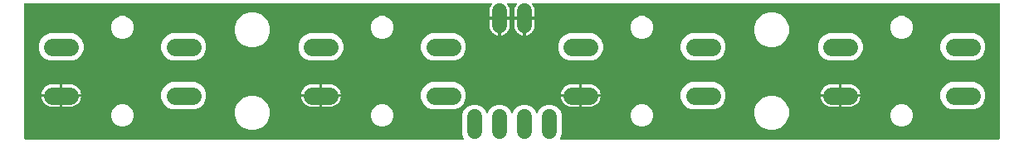
<source format=gbr>
G04 EAGLE Gerber RS-274X export*
G75*
%MOMM*%
%FSLAX34Y34*%
%LPD*%
%INBottom Copper*%
%IPPOS*%
%AMOC8*
5,1,8,0,0,1.08239X$1,22.5*%
G01*
%ADD10C,1.790700*%
%ADD11C,1.524000*%

G36*
X450451Y2508D02*
X450451Y2508D01*
X450496Y2506D01*
X450571Y2528D01*
X450648Y2540D01*
X450689Y2562D01*
X450733Y2575D01*
X450797Y2619D01*
X450865Y2656D01*
X450897Y2689D01*
X450935Y2715D01*
X450981Y2778D01*
X451035Y2834D01*
X451054Y2876D01*
X451081Y2912D01*
X451106Y2986D01*
X451138Y3057D01*
X451143Y3103D01*
X451158Y3146D01*
X451157Y3224D01*
X451165Y3301D01*
X451156Y3346D01*
X451155Y3392D01*
X451117Y3524D01*
X451113Y3542D01*
X451111Y3546D01*
X451109Y3553D01*
X449279Y7970D01*
X449279Y28230D01*
X451201Y32869D01*
X454751Y36419D01*
X459390Y38341D01*
X464410Y38341D01*
X469049Y36419D01*
X472599Y32869D01*
X473897Y29737D01*
X473934Y29676D01*
X473964Y29611D01*
X473999Y29572D01*
X474026Y29528D01*
X474081Y29482D01*
X474130Y29429D01*
X474176Y29404D01*
X474216Y29371D01*
X474283Y29345D01*
X474346Y29311D01*
X474397Y29302D01*
X474445Y29283D01*
X474517Y29280D01*
X474588Y29267D01*
X474639Y29275D01*
X474691Y29273D01*
X474760Y29292D01*
X474831Y29303D01*
X474877Y29327D01*
X474927Y29341D01*
X474986Y29382D01*
X475050Y29414D01*
X475087Y29452D01*
X475129Y29481D01*
X475172Y29539D01*
X475222Y29590D01*
X475257Y29653D01*
X475276Y29679D01*
X475283Y29701D01*
X475303Y29737D01*
X476601Y32869D01*
X480151Y36419D01*
X484790Y38341D01*
X489810Y38341D01*
X494449Y36419D01*
X497999Y32869D01*
X499297Y29737D01*
X499334Y29676D01*
X499364Y29611D01*
X499399Y29572D01*
X499426Y29528D01*
X499481Y29482D01*
X499530Y29429D01*
X499576Y29404D01*
X499616Y29371D01*
X499683Y29345D01*
X499746Y29311D01*
X499797Y29302D01*
X499845Y29283D01*
X499917Y29280D01*
X499988Y29267D01*
X500039Y29275D01*
X500091Y29273D01*
X500160Y29292D01*
X500231Y29303D01*
X500277Y29327D01*
X500327Y29341D01*
X500386Y29382D01*
X500450Y29414D01*
X500487Y29452D01*
X500529Y29481D01*
X500572Y29539D01*
X500622Y29590D01*
X500657Y29653D01*
X500676Y29679D01*
X500683Y29701D01*
X500703Y29737D01*
X502001Y32869D01*
X505551Y36419D01*
X510190Y38341D01*
X515210Y38341D01*
X519849Y36419D01*
X523399Y32869D01*
X524697Y29737D01*
X524734Y29676D01*
X524764Y29611D01*
X524799Y29572D01*
X524826Y29528D01*
X524881Y29482D01*
X524930Y29429D01*
X524976Y29404D01*
X525016Y29371D01*
X525083Y29345D01*
X525146Y29311D01*
X525197Y29302D01*
X525245Y29283D01*
X525317Y29280D01*
X525388Y29267D01*
X525439Y29275D01*
X525491Y29273D01*
X525560Y29292D01*
X525631Y29303D01*
X525677Y29327D01*
X525727Y29341D01*
X525786Y29382D01*
X525850Y29414D01*
X525887Y29452D01*
X525929Y29481D01*
X525972Y29539D01*
X526022Y29590D01*
X526057Y29653D01*
X526076Y29679D01*
X526083Y29701D01*
X526103Y29737D01*
X527401Y32869D01*
X530951Y36419D01*
X535590Y38341D01*
X540610Y38341D01*
X545249Y36419D01*
X548799Y32869D01*
X550721Y28230D01*
X550721Y7970D01*
X548891Y3553D01*
X548881Y3509D01*
X548862Y3467D01*
X548853Y3390D01*
X548835Y3314D01*
X548840Y3268D01*
X548835Y3223D01*
X548851Y3146D01*
X548858Y3069D01*
X548877Y3027D01*
X548887Y2982D01*
X548927Y2915D01*
X548958Y2844D01*
X548989Y2810D01*
X549013Y2771D01*
X549072Y2720D01*
X549125Y2663D01*
X549165Y2641D01*
X549200Y2611D01*
X549272Y2582D01*
X549340Y2545D01*
X549385Y2536D01*
X549428Y2519D01*
X549564Y2504D01*
X549582Y2501D01*
X549587Y2502D01*
X549595Y2501D01*
X996738Y2501D01*
X996758Y2504D01*
X996777Y2502D01*
X996879Y2524D01*
X996981Y2540D01*
X996998Y2550D01*
X997018Y2554D01*
X997107Y2607D01*
X997198Y2656D01*
X997212Y2670D01*
X997229Y2680D01*
X997296Y2759D01*
X997368Y2834D01*
X997376Y2852D01*
X997389Y2867D01*
X997428Y2963D01*
X997471Y3057D01*
X997473Y3077D01*
X997481Y3095D01*
X997499Y3262D01*
X997499Y141738D01*
X997496Y141758D01*
X997498Y141777D01*
X997476Y141879D01*
X997460Y141981D01*
X997450Y141998D01*
X997446Y142018D01*
X997393Y142107D01*
X997344Y142198D01*
X997330Y142212D01*
X997320Y142229D01*
X997241Y142296D01*
X997166Y142368D01*
X997148Y142376D01*
X997133Y142389D01*
X997037Y142428D01*
X996943Y142471D01*
X996923Y142473D01*
X996905Y142481D01*
X996738Y142499D01*
X520871Y142499D01*
X520801Y142488D01*
X520729Y142486D01*
X520680Y142468D01*
X520629Y142460D01*
X520565Y142426D01*
X520498Y142401D01*
X520457Y142369D01*
X520411Y142344D01*
X520362Y142293D01*
X520306Y142248D01*
X520278Y142204D01*
X520242Y142166D01*
X520212Y142101D01*
X520173Y142041D01*
X520160Y141990D01*
X520138Y141943D01*
X520130Y141872D01*
X520113Y141802D01*
X520117Y141750D01*
X520111Y141699D01*
X520126Y141628D01*
X520132Y141557D01*
X520152Y141509D01*
X520163Y141458D01*
X520200Y141397D01*
X520228Y141331D01*
X520273Y141275D01*
X520290Y141247D01*
X520307Y141232D01*
X520333Y141200D01*
X520420Y141113D01*
X521356Y139824D01*
X522079Y138405D01*
X522572Y136890D01*
X522821Y135317D01*
X522821Y128423D01*
X513462Y128423D01*
X513442Y128420D01*
X513423Y128422D01*
X513321Y128400D01*
X513219Y128383D01*
X513202Y128374D01*
X513182Y128370D01*
X513093Y128317D01*
X513002Y128268D01*
X512988Y128254D01*
X512971Y128244D01*
X512904Y128165D01*
X512833Y128090D01*
X512824Y128072D01*
X512811Y128057D01*
X512773Y127961D01*
X512729Y127867D01*
X512727Y127847D01*
X512719Y127829D01*
X512701Y127662D01*
X512701Y126899D01*
X512699Y126899D01*
X512699Y127662D01*
X512696Y127682D01*
X512698Y127701D01*
X512676Y127803D01*
X512659Y127905D01*
X512650Y127922D01*
X512646Y127942D01*
X512593Y128031D01*
X512544Y128122D01*
X512530Y128136D01*
X512520Y128153D01*
X512441Y128220D01*
X512366Y128291D01*
X512348Y128300D01*
X512333Y128313D01*
X512237Y128352D01*
X512143Y128395D01*
X512123Y128397D01*
X512105Y128405D01*
X511938Y128423D01*
X502579Y128423D01*
X502579Y135317D01*
X502828Y136890D01*
X503321Y138405D01*
X504044Y139824D01*
X504980Y141113D01*
X505067Y141200D01*
X505109Y141258D01*
X505158Y141310D01*
X505180Y141357D01*
X505210Y141399D01*
X505231Y141468D01*
X505262Y141533D01*
X505267Y141585D01*
X505283Y141634D01*
X505281Y141706D01*
X505289Y141777D01*
X505278Y141828D01*
X505276Y141880D01*
X505252Y141948D01*
X505237Y142018D01*
X505210Y142063D01*
X505192Y142111D01*
X505147Y142167D01*
X505110Y142229D01*
X505071Y142263D01*
X505038Y142303D01*
X504978Y142342D01*
X504923Y142389D01*
X504875Y142408D01*
X504831Y142436D01*
X504762Y142454D01*
X504695Y142481D01*
X504624Y142489D01*
X504593Y142497D01*
X504570Y142495D01*
X504529Y142499D01*
X495471Y142499D01*
X495401Y142488D01*
X495329Y142486D01*
X495280Y142468D01*
X495229Y142460D01*
X495165Y142426D01*
X495098Y142401D01*
X495057Y142369D01*
X495011Y142344D01*
X494962Y142293D01*
X494906Y142248D01*
X494878Y142204D01*
X494842Y142166D01*
X494812Y142101D01*
X494773Y142041D01*
X494760Y141990D01*
X494738Y141943D01*
X494730Y141872D01*
X494713Y141802D01*
X494717Y141750D01*
X494711Y141699D01*
X494726Y141628D01*
X494732Y141557D01*
X494752Y141509D01*
X494763Y141458D01*
X494800Y141397D01*
X494828Y141331D01*
X494873Y141275D01*
X494890Y141247D01*
X494907Y141232D01*
X494933Y141200D01*
X495020Y141113D01*
X495956Y139824D01*
X496679Y138405D01*
X497172Y136890D01*
X497421Y135317D01*
X497421Y128423D01*
X488062Y128423D01*
X488042Y128420D01*
X488023Y128422D01*
X487921Y128400D01*
X487819Y128383D01*
X487802Y128374D01*
X487782Y128370D01*
X487693Y128317D01*
X487602Y128268D01*
X487588Y128254D01*
X487571Y128244D01*
X487504Y128165D01*
X487433Y128090D01*
X487424Y128072D01*
X487411Y128057D01*
X487373Y127961D01*
X487329Y127867D01*
X487327Y127847D01*
X487319Y127829D01*
X487301Y127662D01*
X487301Y126899D01*
X487299Y126899D01*
X487299Y127662D01*
X487296Y127682D01*
X487298Y127701D01*
X487276Y127803D01*
X487259Y127905D01*
X487250Y127922D01*
X487246Y127942D01*
X487193Y128031D01*
X487144Y128122D01*
X487130Y128136D01*
X487120Y128153D01*
X487041Y128220D01*
X486966Y128291D01*
X486948Y128300D01*
X486933Y128313D01*
X486837Y128352D01*
X486743Y128395D01*
X486723Y128397D01*
X486705Y128405D01*
X486538Y128423D01*
X477179Y128423D01*
X477179Y135317D01*
X477428Y136890D01*
X477921Y138405D01*
X478644Y139824D01*
X479580Y141113D01*
X479667Y141200D01*
X479709Y141258D01*
X479758Y141310D01*
X479780Y141357D01*
X479810Y141399D01*
X479831Y141468D01*
X479862Y141533D01*
X479867Y141585D01*
X479883Y141634D01*
X479881Y141706D01*
X479889Y141777D01*
X479878Y141828D01*
X479876Y141880D01*
X479852Y141948D01*
X479837Y142018D01*
X479810Y142063D01*
X479792Y142111D01*
X479747Y142167D01*
X479710Y142229D01*
X479671Y142263D01*
X479638Y142303D01*
X479578Y142342D01*
X479523Y142389D01*
X479475Y142408D01*
X479431Y142436D01*
X479362Y142454D01*
X479295Y142481D01*
X479224Y142489D01*
X479193Y142497D01*
X479170Y142495D01*
X479129Y142499D01*
X3262Y142499D01*
X3242Y142496D01*
X3223Y142498D01*
X3121Y142476D01*
X3019Y142460D01*
X3002Y142450D01*
X2982Y142446D01*
X2893Y142393D01*
X2802Y142344D01*
X2788Y142330D01*
X2771Y142320D01*
X2704Y142241D01*
X2632Y142166D01*
X2624Y142148D01*
X2611Y142133D01*
X2572Y142037D01*
X2529Y141943D01*
X2527Y141923D01*
X2519Y141905D01*
X2501Y141738D01*
X2501Y3262D01*
X2504Y3242D01*
X2502Y3223D01*
X2524Y3121D01*
X2540Y3019D01*
X2550Y3002D01*
X2554Y2982D01*
X2607Y2893D01*
X2656Y2802D01*
X2670Y2788D01*
X2680Y2771D01*
X2759Y2704D01*
X2834Y2632D01*
X2852Y2624D01*
X2867Y2611D01*
X2963Y2572D01*
X3057Y2529D01*
X3077Y2527D01*
X3095Y2519D01*
X3262Y2501D01*
X450405Y2501D01*
X450451Y2508D01*
G37*
%LPC*%
G36*
X948255Y83438D02*
X948255Y83438D01*
X943126Y85562D01*
X939201Y89488D01*
X937076Y94616D01*
X937076Y100168D01*
X939201Y105296D01*
X943126Y109222D01*
X948255Y111346D01*
X971713Y111346D01*
X976842Y109222D01*
X980767Y105296D01*
X982892Y100168D01*
X982892Y94616D01*
X980767Y89488D01*
X976842Y85562D01*
X971713Y83438D01*
X948255Y83438D01*
G37*
%LPD*%
%LPC*%
G36*
X823287Y83438D02*
X823287Y83438D01*
X818158Y85562D01*
X814233Y89488D01*
X812108Y94616D01*
X812108Y100168D01*
X814233Y105296D01*
X818158Y109222D01*
X823287Y111346D01*
X846745Y111346D01*
X851874Y109222D01*
X855799Y105296D01*
X857924Y100168D01*
X857924Y94616D01*
X855799Y89488D01*
X851874Y85562D01*
X846745Y83438D01*
X823287Y83438D01*
G37*
%LPD*%
%LPC*%
G36*
X418255Y33654D02*
X418255Y33654D01*
X413126Y35778D01*
X409201Y39704D01*
X407076Y44832D01*
X407076Y50384D01*
X409201Y55512D01*
X413126Y59438D01*
X418255Y61562D01*
X441713Y61562D01*
X446842Y59438D01*
X450767Y55512D01*
X452892Y50384D01*
X452892Y44832D01*
X450767Y39704D01*
X446842Y35778D01*
X441713Y33654D01*
X418255Y33654D01*
G37*
%LPD*%
%LPC*%
G36*
X418255Y83438D02*
X418255Y83438D01*
X413126Y85562D01*
X409201Y89488D01*
X407076Y94616D01*
X407076Y100168D01*
X409201Y105296D01*
X413126Y109222D01*
X418255Y111346D01*
X441713Y111346D01*
X446842Y109222D01*
X450767Y105296D01*
X452892Y100168D01*
X452892Y94616D01*
X450767Y89488D01*
X446842Y85562D01*
X441713Y83438D01*
X418255Y83438D01*
G37*
%LPD*%
%LPC*%
G36*
X683255Y33654D02*
X683255Y33654D01*
X678126Y35778D01*
X674201Y39704D01*
X672076Y44832D01*
X672076Y50384D01*
X674201Y55512D01*
X678126Y59438D01*
X683255Y61562D01*
X706713Y61562D01*
X711842Y59438D01*
X715767Y55512D01*
X717892Y50384D01*
X717892Y44832D01*
X715767Y39704D01*
X711842Y35778D01*
X706713Y33654D01*
X683255Y33654D01*
G37*
%LPD*%
%LPC*%
G36*
X153255Y33654D02*
X153255Y33654D01*
X148126Y35778D01*
X144201Y39704D01*
X142076Y44832D01*
X142076Y50384D01*
X144201Y55512D01*
X148126Y59438D01*
X153255Y61562D01*
X176713Y61562D01*
X181842Y59438D01*
X185767Y55512D01*
X187892Y50384D01*
X187892Y44832D01*
X185767Y39704D01*
X181842Y35778D01*
X176713Y33654D01*
X153255Y33654D01*
G37*
%LPD*%
%LPC*%
G36*
X948255Y33654D02*
X948255Y33654D01*
X943126Y35778D01*
X939201Y39704D01*
X937076Y44832D01*
X937076Y50384D01*
X939201Y55512D01*
X943126Y59438D01*
X948255Y61562D01*
X971713Y61562D01*
X976842Y59438D01*
X980767Y55512D01*
X982892Y50384D01*
X982892Y44832D01*
X980767Y39704D01*
X976842Y35778D01*
X971713Y33654D01*
X948255Y33654D01*
G37*
%LPD*%
%LPC*%
G36*
X683255Y83438D02*
X683255Y83438D01*
X678126Y85562D01*
X674201Y89488D01*
X672076Y94616D01*
X672076Y100168D01*
X674201Y105296D01*
X678126Y109222D01*
X683255Y111346D01*
X706713Y111346D01*
X711842Y109222D01*
X715767Y105296D01*
X717892Y100168D01*
X717892Y94616D01*
X715767Y89488D01*
X711842Y85562D01*
X706713Y83438D01*
X683255Y83438D01*
G37*
%LPD*%
%LPC*%
G36*
X558287Y83438D02*
X558287Y83438D01*
X553158Y85562D01*
X549233Y89488D01*
X547108Y94616D01*
X547108Y100168D01*
X549233Y105296D01*
X553158Y109222D01*
X558287Y111346D01*
X581745Y111346D01*
X586874Y109222D01*
X590799Y105296D01*
X592924Y100168D01*
X592924Y94616D01*
X590799Y89488D01*
X586874Y85562D01*
X581745Y83438D01*
X558287Y83438D01*
G37*
%LPD*%
%LPC*%
G36*
X293287Y83438D02*
X293287Y83438D01*
X288158Y85562D01*
X284233Y89488D01*
X282108Y94616D01*
X282108Y100168D01*
X284233Y105296D01*
X288158Y109222D01*
X293287Y111346D01*
X316745Y111346D01*
X321874Y109222D01*
X325799Y105296D01*
X327924Y100168D01*
X327924Y94616D01*
X325799Y89488D01*
X321874Y85562D01*
X316745Y83438D01*
X293287Y83438D01*
G37*
%LPD*%
%LPC*%
G36*
X28287Y83438D02*
X28287Y83438D01*
X23158Y85562D01*
X19233Y89488D01*
X17108Y94616D01*
X17108Y100168D01*
X19233Y105296D01*
X23158Y109222D01*
X28287Y111346D01*
X51745Y111346D01*
X56874Y109222D01*
X60799Y105296D01*
X62924Y100168D01*
X62924Y94616D01*
X60799Y89488D01*
X56874Y85562D01*
X51745Y83438D01*
X28287Y83438D01*
G37*
%LPD*%
%LPC*%
G36*
X153255Y83438D02*
X153255Y83438D01*
X148126Y85562D01*
X144201Y89488D01*
X142076Y94616D01*
X142076Y100168D01*
X144201Y105296D01*
X148126Y109222D01*
X153255Y111346D01*
X176713Y111346D01*
X181842Y109222D01*
X185767Y105296D01*
X187892Y100168D01*
X187892Y94616D01*
X185767Y89488D01*
X181842Y85562D01*
X176713Y83438D01*
X153255Y83438D01*
G37*
%LPD*%
%LPC*%
G36*
X761519Y97499D02*
X761519Y97499D01*
X755087Y100164D01*
X750164Y105087D01*
X747499Y111519D01*
X747499Y118481D01*
X750164Y124913D01*
X755087Y129836D01*
X761519Y132501D01*
X768481Y132501D01*
X774913Y129836D01*
X779836Y124913D01*
X782501Y118481D01*
X782501Y111519D01*
X779836Y105087D01*
X774913Y100164D01*
X768481Y97499D01*
X761519Y97499D01*
G37*
%LPD*%
%LPC*%
G36*
X231519Y97499D02*
X231519Y97499D01*
X225087Y100164D01*
X220164Y105087D01*
X217499Y111519D01*
X217499Y118481D01*
X220164Y124913D01*
X225087Y129836D01*
X231519Y132501D01*
X238481Y132501D01*
X244913Y129836D01*
X249836Y124913D01*
X252501Y118481D01*
X252501Y111519D01*
X249836Y105087D01*
X244913Y100164D01*
X238481Y97499D01*
X231519Y97499D01*
G37*
%LPD*%
%LPC*%
G36*
X231519Y12499D02*
X231519Y12499D01*
X225087Y15164D01*
X220164Y20087D01*
X217499Y26519D01*
X217499Y33481D01*
X220164Y39913D01*
X225087Y44836D01*
X231519Y47501D01*
X238481Y47501D01*
X244913Y44836D01*
X249836Y39913D01*
X252501Y33481D01*
X252501Y26519D01*
X249836Y20087D01*
X244913Y15164D01*
X238481Y12499D01*
X231519Y12499D01*
G37*
%LPD*%
%LPC*%
G36*
X761519Y12499D02*
X761519Y12499D01*
X755087Y15164D01*
X750164Y20087D01*
X747499Y26519D01*
X747499Y33481D01*
X750164Y39913D01*
X755087Y44836D01*
X761519Y47501D01*
X768481Y47501D01*
X774913Y44836D01*
X779836Y39913D01*
X782501Y33481D01*
X782501Y26519D01*
X779836Y20087D01*
X774913Y15164D01*
X768481Y12499D01*
X761519Y12499D01*
G37*
%LPD*%
%LPC*%
G36*
X895209Y105940D02*
X895209Y105940D01*
X890976Y107694D01*
X887736Y110934D01*
X885982Y115167D01*
X885982Y119749D01*
X887736Y123982D01*
X890976Y127222D01*
X895209Y128976D01*
X899791Y128976D01*
X904024Y127222D01*
X907264Y123982D01*
X909018Y119749D01*
X909018Y115167D01*
X907264Y110934D01*
X904024Y107694D01*
X899791Y105940D01*
X895209Y105940D01*
G37*
%LPD*%
%LPC*%
G36*
X630209Y105940D02*
X630209Y105940D01*
X625976Y107694D01*
X622736Y110934D01*
X620982Y115167D01*
X620982Y119749D01*
X622736Y123982D01*
X625976Y127222D01*
X630209Y128976D01*
X634791Y128976D01*
X639024Y127222D01*
X642264Y123982D01*
X644018Y119749D01*
X644018Y115167D01*
X642264Y110934D01*
X639024Y107694D01*
X634791Y105940D01*
X630209Y105940D01*
G37*
%LPD*%
%LPC*%
G36*
X365209Y105940D02*
X365209Y105940D01*
X360976Y107694D01*
X357736Y110934D01*
X355982Y115167D01*
X355982Y119749D01*
X357736Y123982D01*
X360976Y127222D01*
X365209Y128976D01*
X369791Y128976D01*
X374024Y127222D01*
X377264Y123982D01*
X379018Y119749D01*
X379018Y115167D01*
X377264Y110934D01*
X374024Y107694D01*
X369791Y105940D01*
X365209Y105940D01*
G37*
%LPD*%
%LPC*%
G36*
X895209Y16024D02*
X895209Y16024D01*
X890976Y17778D01*
X887736Y21018D01*
X885982Y25251D01*
X885982Y29833D01*
X887736Y34066D01*
X890976Y37306D01*
X895209Y39060D01*
X899791Y39060D01*
X904024Y37306D01*
X907264Y34066D01*
X909018Y29833D01*
X909018Y25251D01*
X907264Y21018D01*
X904024Y17778D01*
X899791Y16024D01*
X895209Y16024D01*
G37*
%LPD*%
%LPC*%
G36*
X630209Y16024D02*
X630209Y16024D01*
X625976Y17778D01*
X622736Y21018D01*
X620982Y25251D01*
X620982Y29833D01*
X622736Y34066D01*
X625976Y37306D01*
X630209Y39060D01*
X634791Y39060D01*
X639024Y37306D01*
X642264Y34066D01*
X644018Y29833D01*
X644018Y25251D01*
X642264Y21018D01*
X639024Y17778D01*
X634791Y16024D01*
X630209Y16024D01*
G37*
%LPD*%
%LPC*%
G36*
X365209Y16024D02*
X365209Y16024D01*
X360976Y17778D01*
X357736Y21018D01*
X355982Y25251D01*
X355982Y29833D01*
X357736Y34066D01*
X360976Y37306D01*
X365209Y39060D01*
X369791Y39060D01*
X374024Y37306D01*
X377264Y34066D01*
X379018Y29833D01*
X379018Y25251D01*
X377264Y21018D01*
X374024Y17778D01*
X369791Y16024D01*
X365209Y16024D01*
G37*
%LPD*%
%LPC*%
G36*
X100209Y105940D02*
X100209Y105940D01*
X95976Y107694D01*
X92736Y110934D01*
X90982Y115167D01*
X90982Y119749D01*
X92736Y123982D01*
X95976Y127222D01*
X100209Y128976D01*
X104791Y128976D01*
X109024Y127222D01*
X112264Y123982D01*
X114018Y119749D01*
X114018Y115167D01*
X112264Y110934D01*
X109024Y107694D01*
X104791Y105940D01*
X100209Y105940D01*
G37*
%LPD*%
%LPC*%
G36*
X100209Y16024D02*
X100209Y16024D01*
X95976Y17778D01*
X92736Y21018D01*
X90982Y25251D01*
X90982Y29833D01*
X92736Y34066D01*
X95976Y37306D01*
X100209Y39060D01*
X104791Y39060D01*
X109024Y37306D01*
X112264Y34066D01*
X114018Y29833D01*
X114018Y25251D01*
X112264Y21018D01*
X109024Y17778D01*
X104791Y16024D01*
X100209Y16024D01*
G37*
%LPD*%
%LPC*%
G36*
X41539Y49131D02*
X41539Y49131D01*
X41539Y59062D01*
X49871Y59062D01*
X51652Y58780D01*
X53366Y58223D01*
X54973Y57405D01*
X56431Y56345D01*
X57706Y55070D01*
X58766Y53611D01*
X59585Y52005D01*
X60142Y50290D01*
X60325Y49131D01*
X41539Y49131D01*
G37*
%LPD*%
%LPC*%
G36*
X836539Y49131D02*
X836539Y49131D01*
X836539Y59062D01*
X844871Y59062D01*
X846652Y58780D01*
X848366Y58223D01*
X849973Y57405D01*
X851431Y56345D01*
X852706Y55070D01*
X853766Y53611D01*
X854585Y52005D01*
X855142Y50290D01*
X855325Y49131D01*
X836539Y49131D01*
G37*
%LPD*%
%LPC*%
G36*
X571539Y49131D02*
X571539Y49131D01*
X571539Y59062D01*
X579871Y59062D01*
X581652Y58780D01*
X583366Y58223D01*
X584973Y57405D01*
X586431Y56345D01*
X587706Y55070D01*
X588766Y53611D01*
X589585Y52005D01*
X590142Y50290D01*
X590325Y49131D01*
X571539Y49131D01*
G37*
%LPD*%
%LPC*%
G36*
X306539Y49131D02*
X306539Y49131D01*
X306539Y59062D01*
X314871Y59062D01*
X316652Y58780D01*
X318366Y58223D01*
X319973Y57405D01*
X321431Y56345D01*
X322706Y55070D01*
X323766Y53611D01*
X324585Y52005D01*
X325142Y50290D01*
X325325Y49131D01*
X306539Y49131D01*
G37*
%LPD*%
%LPC*%
G36*
X284707Y49131D02*
X284707Y49131D01*
X284890Y50290D01*
X285447Y52005D01*
X286266Y53611D01*
X287326Y55070D01*
X288601Y56345D01*
X290059Y57405D01*
X291666Y58223D01*
X293380Y58780D01*
X295161Y59062D01*
X303493Y59062D01*
X303493Y49131D01*
X284707Y49131D01*
G37*
%LPD*%
%LPC*%
G36*
X19707Y49131D02*
X19707Y49131D01*
X19890Y50290D01*
X20447Y52005D01*
X21266Y53611D01*
X22326Y55070D01*
X23601Y56345D01*
X25059Y57405D01*
X26666Y58223D01*
X28380Y58780D01*
X30161Y59062D01*
X38493Y59062D01*
X38493Y49131D01*
X19707Y49131D01*
G37*
%LPD*%
%LPC*%
G36*
X814707Y49131D02*
X814707Y49131D01*
X814890Y50290D01*
X815447Y52005D01*
X816266Y53611D01*
X817326Y55070D01*
X818601Y56345D01*
X820059Y57405D01*
X821666Y58223D01*
X823380Y58780D01*
X825161Y59062D01*
X833493Y59062D01*
X833493Y49131D01*
X814707Y49131D01*
G37*
%LPD*%
%LPC*%
G36*
X549707Y49131D02*
X549707Y49131D01*
X549890Y50290D01*
X550447Y52005D01*
X551266Y53611D01*
X552326Y55070D01*
X553601Y56345D01*
X555059Y57405D01*
X556666Y58223D01*
X558380Y58780D01*
X560161Y59062D01*
X568493Y59062D01*
X568493Y49131D01*
X549707Y49131D01*
G37*
%LPD*%
%LPC*%
G36*
X571539Y36154D02*
X571539Y36154D01*
X571539Y46085D01*
X590325Y46085D01*
X590142Y44926D01*
X589585Y43211D01*
X588766Y41605D01*
X587706Y40146D01*
X586431Y38871D01*
X584973Y37811D01*
X583366Y36993D01*
X581652Y36436D01*
X579871Y36154D01*
X571539Y36154D01*
G37*
%LPD*%
%LPC*%
G36*
X836539Y36154D02*
X836539Y36154D01*
X836539Y46085D01*
X855325Y46085D01*
X855142Y44926D01*
X854585Y43211D01*
X853766Y41605D01*
X852706Y40146D01*
X851431Y38871D01*
X849973Y37811D01*
X848366Y36993D01*
X846652Y36436D01*
X844871Y36154D01*
X836539Y36154D01*
G37*
%LPD*%
%LPC*%
G36*
X306539Y36154D02*
X306539Y36154D01*
X306539Y46085D01*
X325325Y46085D01*
X325142Y44926D01*
X324585Y43211D01*
X323766Y41605D01*
X322706Y40146D01*
X321431Y38871D01*
X319973Y37811D01*
X318366Y36993D01*
X316652Y36436D01*
X314871Y36154D01*
X306539Y36154D01*
G37*
%LPD*%
%LPC*%
G36*
X41539Y36154D02*
X41539Y36154D01*
X41539Y46085D01*
X60325Y46085D01*
X60142Y44926D01*
X59585Y43211D01*
X58766Y41605D01*
X57706Y40146D01*
X56431Y38871D01*
X54973Y37811D01*
X53366Y36993D01*
X51652Y36436D01*
X49871Y36154D01*
X41539Y36154D01*
G37*
%LPD*%
%LPC*%
G36*
X560161Y36154D02*
X560161Y36154D01*
X558380Y36436D01*
X556666Y36993D01*
X555059Y37811D01*
X553601Y38871D01*
X552326Y40146D01*
X551266Y41605D01*
X550447Y43211D01*
X549890Y44926D01*
X549707Y46085D01*
X568493Y46085D01*
X568493Y36154D01*
X560161Y36154D01*
G37*
%LPD*%
%LPC*%
G36*
X825161Y36154D02*
X825161Y36154D01*
X823380Y36436D01*
X821666Y36993D01*
X820059Y37811D01*
X818601Y38871D01*
X817326Y40146D01*
X816266Y41605D01*
X815447Y43211D01*
X814890Y44926D01*
X814707Y46085D01*
X833493Y46085D01*
X833493Y36154D01*
X825161Y36154D01*
G37*
%LPD*%
%LPC*%
G36*
X30161Y36154D02*
X30161Y36154D01*
X28380Y36436D01*
X26666Y36993D01*
X25059Y37811D01*
X23601Y38871D01*
X22326Y40146D01*
X21266Y41605D01*
X20447Y43211D01*
X19890Y44926D01*
X19707Y46085D01*
X38493Y46085D01*
X38493Y36154D01*
X30161Y36154D01*
G37*
%LPD*%
%LPC*%
G36*
X295161Y36154D02*
X295161Y36154D01*
X293380Y36436D01*
X291666Y36993D01*
X290059Y37811D01*
X288601Y38871D01*
X287326Y40146D01*
X286266Y41605D01*
X285447Y43211D01*
X284890Y44926D01*
X284707Y46085D01*
X303493Y46085D01*
X303493Y36154D01*
X295161Y36154D01*
G37*
%LPD*%
%LPC*%
G36*
X514223Y125377D02*
X514223Y125377D01*
X522821Y125377D01*
X522821Y118483D01*
X522572Y116910D01*
X522079Y115395D01*
X521356Y113976D01*
X520420Y112687D01*
X519293Y111560D01*
X518004Y110624D01*
X516585Y109901D01*
X515070Y109408D01*
X514223Y109274D01*
X514223Y125377D01*
G37*
%LPD*%
%LPC*%
G36*
X488823Y125377D02*
X488823Y125377D01*
X497421Y125377D01*
X497421Y118483D01*
X497172Y116910D01*
X496679Y115395D01*
X495956Y113976D01*
X495020Y112687D01*
X493893Y111560D01*
X492604Y110624D01*
X491185Y109901D01*
X489670Y109408D01*
X488823Y109274D01*
X488823Y125377D01*
G37*
%LPD*%
%LPC*%
G36*
X510330Y109408D02*
X510330Y109408D01*
X508815Y109901D01*
X507396Y110624D01*
X506107Y111560D01*
X504980Y112687D01*
X504044Y113976D01*
X503321Y115395D01*
X502828Y116910D01*
X502579Y118483D01*
X502579Y125377D01*
X511177Y125377D01*
X511177Y109274D01*
X510330Y109408D01*
G37*
%LPD*%
%LPC*%
G36*
X484930Y109408D02*
X484930Y109408D01*
X483415Y109901D01*
X481996Y110624D01*
X480707Y111560D01*
X479580Y112687D01*
X478644Y113976D01*
X477921Y115395D01*
X477428Y116910D01*
X477179Y118483D01*
X477179Y125377D01*
X485777Y125377D01*
X485777Y109274D01*
X484930Y109408D01*
G37*
%LPD*%
%LPC*%
G36*
X835015Y47607D02*
X835015Y47607D01*
X835015Y47609D01*
X835017Y47609D01*
X835017Y47607D01*
X835015Y47607D01*
G37*
%LPD*%
%LPC*%
G36*
X570015Y47607D02*
X570015Y47607D01*
X570015Y47609D01*
X570017Y47609D01*
X570017Y47607D01*
X570015Y47607D01*
G37*
%LPD*%
%LPC*%
G36*
X305015Y47607D02*
X305015Y47607D01*
X305015Y47609D01*
X305017Y47609D01*
X305017Y47607D01*
X305015Y47607D01*
G37*
%LPD*%
%LPC*%
G36*
X40015Y47607D02*
X40015Y47607D01*
X40015Y47609D01*
X40017Y47609D01*
X40017Y47607D01*
X40015Y47607D01*
G37*
%LPD*%
D10*
X296063Y47608D02*
X313970Y47608D01*
X421031Y47608D02*
X438938Y47608D01*
X313970Y97392D02*
X296063Y97392D01*
X421031Y97392D02*
X438938Y97392D01*
X561063Y47608D02*
X578970Y47608D01*
X686031Y47608D02*
X703938Y47608D01*
X578970Y97392D02*
X561063Y97392D01*
X686031Y97392D02*
X703938Y97392D01*
X826063Y47608D02*
X843970Y47608D01*
X951031Y47608D02*
X968938Y47608D01*
X843970Y97392D02*
X826063Y97392D01*
X951031Y97392D02*
X968938Y97392D01*
X48970Y47608D02*
X31063Y47608D01*
X156031Y47608D02*
X173938Y47608D01*
X48970Y97392D02*
X31063Y97392D01*
X156031Y97392D02*
X173938Y97392D01*
D11*
X512700Y119280D02*
X512700Y134520D01*
X487300Y134520D02*
X487300Y119280D01*
X461900Y25720D02*
X461900Y10480D01*
X487300Y10480D02*
X487300Y25720D01*
X512700Y25720D02*
X512700Y10480D01*
X538100Y10480D02*
X538100Y25720D01*
M02*

</source>
